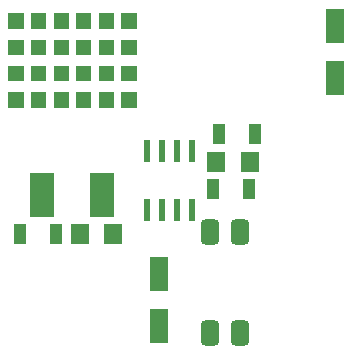
<source format=gtp>
G04*
G04 #@! TF.GenerationSoftware,Altium Limited,Altium Designer,22.5.1 (42)*
G04*
G04 Layer_Color=8421504*
%FSLAX25Y25*%
%MOIN*%
G70*
G04*
G04 #@! TF.SameCoordinates,55109760-4B7D-4162-96C6-5D1F9AFAF14A*
G04*
G04*
G04 #@! TF.FilePolarity,Positive*
G04*
G01*
G75*
%ADD17R,0.08189X0.15000*%
%ADD18R,0.02200X0.07800*%
%ADD19R,0.06299X0.11811*%
%ADD20R,0.06299X0.07087*%
%ADD21R,0.04173X0.07165*%
G04:AMPARAMS|DCode=22|XSize=83.86mil|YSize=61.81mil|CornerRadius=15.45mil|HoleSize=0mil|Usage=FLASHONLY|Rotation=270.000|XOffset=0mil|YOffset=0mil|HoleType=Round|Shape=RoundedRectangle|*
%AMROUNDEDRECTD22*
21,1,0.08386,0.03091,0,0,270.0*
21,1,0.05295,0.06181,0,0,270.0*
1,1,0.03091,-0.01545,-0.02648*
1,1,0.03091,-0.01545,0.02648*
1,1,0.03091,0.01545,0.02648*
1,1,0.03091,0.01545,-0.02648*
%
%ADD22ROUNDEDRECTD22*%
G36*
X22799Y89531D02*
X17681D01*
Y94689D01*
X22799D01*
Y89531D01*
D02*
G37*
G36*
X15280D02*
X10161D01*
Y94689D01*
X15280D01*
Y89531D01*
D02*
G37*
G36*
X7760D02*
X2642D01*
Y94689D01*
X7760D01*
Y89531D01*
D02*
G37*
G36*
X22799Y80752D02*
X17681D01*
Y85909D01*
X22799D01*
Y80752D01*
D02*
G37*
G36*
X15280D02*
X10161D01*
Y85909D01*
X15280D01*
Y80752D01*
D02*
G37*
G36*
X7760D02*
X2642D01*
Y85909D01*
X7760D01*
Y80752D01*
D02*
G37*
G36*
X22799Y107091D02*
X17681D01*
Y112248D01*
X22799D01*
Y107091D01*
D02*
G37*
G36*
X15280D02*
X10161D01*
Y112248D01*
X15280D01*
Y107091D01*
D02*
G37*
G36*
X7760D02*
X2642D01*
Y112248D01*
X7760D01*
Y107091D01*
D02*
G37*
G36*
X22799Y98311D02*
X17681D01*
Y103469D01*
X22799D01*
Y98311D01*
D02*
G37*
G36*
X15280D02*
X10161D01*
Y103469D01*
X15280D01*
Y98311D01*
D02*
G37*
G36*
X7760D02*
X2642D01*
Y103469D01*
X7760D01*
Y98311D01*
D02*
G37*
G36*
X45358Y89531D02*
X40240D01*
Y94689D01*
X45358D01*
Y89531D01*
D02*
G37*
G36*
X37839D02*
X32721D01*
Y94689D01*
X37839D01*
Y89531D01*
D02*
G37*
G36*
X30319D02*
X25201D01*
Y94689D01*
X30319D01*
Y89531D01*
D02*
G37*
G36*
X45358Y80752D02*
X40240D01*
Y85909D01*
X45358D01*
Y80752D01*
D02*
G37*
G36*
X37839D02*
X32721D01*
Y85909D01*
X37839D01*
Y80752D01*
D02*
G37*
G36*
X30319D02*
X25201D01*
Y85909D01*
X30319D01*
Y80752D01*
D02*
G37*
G36*
X45358Y107091D02*
X40240D01*
Y112248D01*
X45358D01*
Y107091D01*
D02*
G37*
G36*
X37839D02*
X32721D01*
Y112248D01*
X37839D01*
Y107091D01*
D02*
G37*
G36*
X30319D02*
X25201D01*
Y112248D01*
X30319D01*
Y107091D01*
D02*
G37*
G36*
X45358Y98311D02*
X40240D01*
Y103469D01*
X45358D01*
Y98311D01*
D02*
G37*
G36*
X37839D02*
X32721D01*
Y103469D01*
X37839D01*
Y98311D01*
D02*
G37*
G36*
X30319D02*
X25201D01*
Y103469D01*
X30319D01*
Y98311D01*
D02*
G37*
D17*
X14000Y51500D02*
D03*
X34000D02*
D03*
D18*
X63900Y66200D02*
D03*
X58900D02*
D03*
X53900D02*
D03*
X48900D02*
D03*
Y46800D02*
D03*
X53900D02*
D03*
X58900D02*
D03*
X63900D02*
D03*
D19*
X111500Y108000D02*
D03*
Y90677D02*
D03*
X52900Y25161D02*
D03*
Y7839D02*
D03*
D20*
X83012Y62500D02*
D03*
X71988D02*
D03*
X26488Y38500D02*
D03*
X37512D02*
D03*
D21*
X72884Y72000D02*
D03*
X84916D02*
D03*
X82916Y53500D02*
D03*
X70884D02*
D03*
X18516Y38500D02*
D03*
X6484D02*
D03*
D22*
X79900Y5610D02*
D03*
X69900D02*
D03*
Y39390D02*
D03*
X79900D02*
D03*
M02*

</source>
